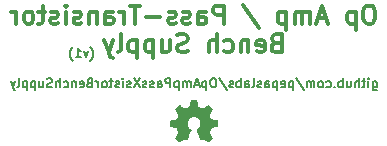
<source format=gbo>
G04 (created by PCBNEW (2013-07-07 BZR 4022)-stable) date 7/6/2014 5:52:28 PM*
%MOIN*%
G04 Gerber Fmt 3.4, Leading zero omitted, Abs format*
%FSLAX34Y34*%
G01*
G70*
G90*
G04 APERTURE LIST*
%ADD10C,0.00590551*%
%ADD11C,0.006*%
%ADD12C,0.012*%
%ADD13C,0.0001*%
G04 APERTURE END LIST*
G54D10*
G54D11*
X77049Y-70235D02*
X77064Y-70221D01*
X77092Y-70178D01*
X77107Y-70150D01*
X77121Y-70107D01*
X77135Y-70035D01*
X77135Y-69978D01*
X77121Y-69907D01*
X77107Y-69864D01*
X77092Y-69835D01*
X77064Y-69792D01*
X77049Y-69778D01*
X76964Y-69921D02*
X76892Y-70121D01*
X76821Y-69921D01*
X76550Y-70121D02*
X76721Y-70121D01*
X76635Y-70121D02*
X76635Y-69821D01*
X76664Y-69864D01*
X76692Y-69892D01*
X76721Y-69907D01*
X76450Y-70235D02*
X76435Y-70221D01*
X76407Y-70178D01*
X76392Y-70150D01*
X76378Y-70107D01*
X76364Y-70035D01*
X76364Y-69978D01*
X76378Y-69907D01*
X76392Y-69864D01*
X76407Y-69835D01*
X76435Y-69792D01*
X76450Y-69778D01*
X86457Y-70921D02*
X86457Y-71164D01*
X86471Y-71192D01*
X86485Y-71207D01*
X86514Y-71221D01*
X86557Y-71221D01*
X86585Y-71207D01*
X86457Y-71107D02*
X86485Y-71121D01*
X86542Y-71121D01*
X86571Y-71107D01*
X86585Y-71092D01*
X86600Y-71064D01*
X86600Y-70978D01*
X86585Y-70950D01*
X86571Y-70935D01*
X86542Y-70921D01*
X86485Y-70921D01*
X86457Y-70935D01*
X86314Y-71121D02*
X86314Y-70921D01*
X86314Y-70821D02*
X86328Y-70835D01*
X86314Y-70850D01*
X86300Y-70835D01*
X86314Y-70821D01*
X86314Y-70850D01*
X86214Y-70921D02*
X86100Y-70921D01*
X86171Y-70821D02*
X86171Y-71078D01*
X86157Y-71107D01*
X86128Y-71121D01*
X86100Y-71121D01*
X86000Y-71121D02*
X86000Y-70821D01*
X85871Y-71121D02*
X85871Y-70964D01*
X85885Y-70935D01*
X85914Y-70921D01*
X85957Y-70921D01*
X85985Y-70935D01*
X86000Y-70950D01*
X85600Y-70921D02*
X85600Y-71121D01*
X85728Y-70921D02*
X85728Y-71078D01*
X85714Y-71107D01*
X85685Y-71121D01*
X85642Y-71121D01*
X85614Y-71107D01*
X85600Y-71092D01*
X85457Y-71121D02*
X85457Y-70821D01*
X85457Y-70935D02*
X85428Y-70921D01*
X85371Y-70921D01*
X85342Y-70935D01*
X85328Y-70950D01*
X85314Y-70978D01*
X85314Y-71064D01*
X85328Y-71092D01*
X85342Y-71107D01*
X85371Y-71121D01*
X85428Y-71121D01*
X85457Y-71107D01*
X85185Y-71092D02*
X85171Y-71107D01*
X85185Y-71121D01*
X85200Y-71107D01*
X85185Y-71092D01*
X85185Y-71121D01*
X84914Y-71107D02*
X84942Y-71121D01*
X85000Y-71121D01*
X85028Y-71107D01*
X85042Y-71092D01*
X85057Y-71064D01*
X85057Y-70978D01*
X85042Y-70950D01*
X85028Y-70935D01*
X85000Y-70921D01*
X84942Y-70921D01*
X84914Y-70935D01*
X84742Y-71121D02*
X84771Y-71107D01*
X84785Y-71092D01*
X84800Y-71064D01*
X84800Y-70978D01*
X84785Y-70950D01*
X84771Y-70935D01*
X84742Y-70921D01*
X84700Y-70921D01*
X84671Y-70935D01*
X84657Y-70950D01*
X84642Y-70978D01*
X84642Y-71064D01*
X84657Y-71092D01*
X84671Y-71107D01*
X84700Y-71121D01*
X84742Y-71121D01*
X84514Y-71121D02*
X84514Y-70921D01*
X84514Y-70950D02*
X84500Y-70935D01*
X84471Y-70921D01*
X84428Y-70921D01*
X84400Y-70935D01*
X84385Y-70964D01*
X84385Y-71121D01*
X84385Y-70964D02*
X84371Y-70935D01*
X84342Y-70921D01*
X84300Y-70921D01*
X84271Y-70935D01*
X84257Y-70964D01*
X84257Y-71121D01*
X83900Y-70807D02*
X84157Y-71192D01*
X83800Y-70921D02*
X83800Y-71221D01*
X83800Y-70935D02*
X83771Y-70921D01*
X83714Y-70921D01*
X83685Y-70935D01*
X83671Y-70950D01*
X83657Y-70978D01*
X83657Y-71064D01*
X83671Y-71092D01*
X83685Y-71107D01*
X83714Y-71121D01*
X83771Y-71121D01*
X83800Y-71107D01*
X83414Y-71107D02*
X83442Y-71121D01*
X83500Y-71121D01*
X83528Y-71107D01*
X83542Y-71078D01*
X83542Y-70964D01*
X83528Y-70935D01*
X83500Y-70921D01*
X83442Y-70921D01*
X83414Y-70935D01*
X83400Y-70964D01*
X83400Y-70992D01*
X83542Y-71021D01*
X83271Y-70921D02*
X83271Y-71221D01*
X83271Y-70935D02*
X83242Y-70921D01*
X83185Y-70921D01*
X83157Y-70935D01*
X83142Y-70950D01*
X83128Y-70978D01*
X83128Y-71064D01*
X83142Y-71092D01*
X83157Y-71107D01*
X83185Y-71121D01*
X83242Y-71121D01*
X83271Y-71107D01*
X82871Y-71121D02*
X82871Y-70964D01*
X82885Y-70935D01*
X82914Y-70921D01*
X82971Y-70921D01*
X83000Y-70935D01*
X82871Y-71107D02*
X82900Y-71121D01*
X82971Y-71121D01*
X83000Y-71107D01*
X83014Y-71078D01*
X83014Y-71050D01*
X83000Y-71021D01*
X82971Y-71007D01*
X82900Y-71007D01*
X82871Y-70992D01*
X82742Y-71107D02*
X82714Y-71121D01*
X82657Y-71121D01*
X82628Y-71107D01*
X82614Y-71078D01*
X82614Y-71064D01*
X82628Y-71035D01*
X82657Y-71021D01*
X82700Y-71021D01*
X82728Y-71007D01*
X82742Y-70978D01*
X82742Y-70964D01*
X82728Y-70935D01*
X82700Y-70921D01*
X82657Y-70921D01*
X82628Y-70935D01*
X82442Y-71121D02*
X82471Y-71107D01*
X82485Y-71078D01*
X82485Y-70821D01*
X82200Y-71121D02*
X82200Y-70964D01*
X82214Y-70935D01*
X82242Y-70921D01*
X82300Y-70921D01*
X82328Y-70935D01*
X82200Y-71107D02*
X82228Y-71121D01*
X82300Y-71121D01*
X82328Y-71107D01*
X82342Y-71078D01*
X82342Y-71050D01*
X82328Y-71021D01*
X82300Y-71007D01*
X82228Y-71007D01*
X82200Y-70992D01*
X82057Y-71121D02*
X82057Y-70821D01*
X82057Y-70935D02*
X82028Y-70921D01*
X81971Y-70921D01*
X81942Y-70935D01*
X81928Y-70950D01*
X81914Y-70978D01*
X81914Y-71064D01*
X81928Y-71092D01*
X81942Y-71107D01*
X81971Y-71121D01*
X82028Y-71121D01*
X82057Y-71107D01*
X81799Y-71107D02*
X81771Y-71121D01*
X81714Y-71121D01*
X81685Y-71107D01*
X81671Y-71078D01*
X81671Y-71064D01*
X81685Y-71035D01*
X81714Y-71021D01*
X81757Y-71021D01*
X81785Y-71007D01*
X81799Y-70978D01*
X81799Y-70964D01*
X81785Y-70935D01*
X81757Y-70921D01*
X81714Y-70921D01*
X81685Y-70935D01*
X81328Y-70807D02*
X81585Y-71192D01*
X81171Y-70821D02*
X81114Y-70821D01*
X81085Y-70835D01*
X81057Y-70864D01*
X81042Y-70921D01*
X81042Y-71021D01*
X81057Y-71078D01*
X81085Y-71107D01*
X81114Y-71121D01*
X81171Y-71121D01*
X81199Y-71107D01*
X81228Y-71078D01*
X81242Y-71021D01*
X81242Y-70921D01*
X81228Y-70864D01*
X81199Y-70835D01*
X81171Y-70821D01*
X80914Y-70921D02*
X80914Y-71221D01*
X80914Y-70935D02*
X80885Y-70921D01*
X80828Y-70921D01*
X80799Y-70935D01*
X80785Y-70950D01*
X80771Y-70978D01*
X80771Y-71064D01*
X80785Y-71092D01*
X80799Y-71107D01*
X80828Y-71121D01*
X80885Y-71121D01*
X80914Y-71107D01*
X80657Y-71035D02*
X80514Y-71035D01*
X80685Y-71121D02*
X80585Y-70821D01*
X80485Y-71121D01*
X80385Y-71121D02*
X80385Y-70921D01*
X80385Y-70950D02*
X80371Y-70935D01*
X80342Y-70921D01*
X80299Y-70921D01*
X80271Y-70935D01*
X80257Y-70964D01*
X80257Y-71121D01*
X80257Y-70964D02*
X80242Y-70935D01*
X80214Y-70921D01*
X80171Y-70921D01*
X80142Y-70935D01*
X80128Y-70964D01*
X80128Y-71121D01*
X79985Y-70921D02*
X79985Y-71221D01*
X79985Y-70935D02*
X79957Y-70921D01*
X79899Y-70921D01*
X79871Y-70935D01*
X79857Y-70950D01*
X79842Y-70978D01*
X79842Y-71064D01*
X79857Y-71092D01*
X79871Y-71107D01*
X79899Y-71121D01*
X79957Y-71121D01*
X79985Y-71107D01*
X79714Y-71121D02*
X79714Y-70821D01*
X79599Y-70821D01*
X79571Y-70835D01*
X79557Y-70850D01*
X79542Y-70878D01*
X79542Y-70921D01*
X79557Y-70950D01*
X79571Y-70964D01*
X79599Y-70978D01*
X79714Y-70978D01*
X79285Y-71121D02*
X79285Y-70964D01*
X79299Y-70935D01*
X79328Y-70921D01*
X79385Y-70921D01*
X79414Y-70935D01*
X79285Y-71107D02*
X79314Y-71121D01*
X79385Y-71121D01*
X79414Y-71107D01*
X79428Y-71078D01*
X79428Y-71050D01*
X79414Y-71021D01*
X79385Y-71007D01*
X79314Y-71007D01*
X79285Y-70992D01*
X79157Y-71107D02*
X79128Y-71121D01*
X79071Y-71121D01*
X79042Y-71107D01*
X79028Y-71078D01*
X79028Y-71064D01*
X79042Y-71035D01*
X79071Y-71021D01*
X79114Y-71021D01*
X79142Y-71007D01*
X79157Y-70978D01*
X79157Y-70964D01*
X79142Y-70935D01*
X79114Y-70921D01*
X79071Y-70921D01*
X79042Y-70935D01*
X78914Y-71107D02*
X78885Y-71121D01*
X78828Y-71121D01*
X78799Y-71107D01*
X78785Y-71078D01*
X78785Y-71064D01*
X78799Y-71035D01*
X78828Y-71021D01*
X78871Y-71021D01*
X78899Y-71007D01*
X78914Y-70978D01*
X78914Y-70964D01*
X78899Y-70935D01*
X78871Y-70921D01*
X78828Y-70921D01*
X78799Y-70935D01*
X78685Y-70821D02*
X78485Y-71121D01*
X78485Y-70821D02*
X78685Y-71121D01*
X78385Y-71107D02*
X78357Y-71121D01*
X78299Y-71121D01*
X78271Y-71107D01*
X78257Y-71078D01*
X78257Y-71064D01*
X78271Y-71035D01*
X78299Y-71021D01*
X78342Y-71021D01*
X78371Y-71007D01*
X78385Y-70978D01*
X78385Y-70964D01*
X78371Y-70935D01*
X78342Y-70921D01*
X78299Y-70921D01*
X78271Y-70935D01*
X78128Y-71121D02*
X78128Y-70921D01*
X78128Y-70821D02*
X78142Y-70835D01*
X78128Y-70850D01*
X78114Y-70835D01*
X78128Y-70821D01*
X78128Y-70850D01*
X77999Y-71107D02*
X77971Y-71121D01*
X77914Y-71121D01*
X77885Y-71107D01*
X77871Y-71078D01*
X77871Y-71064D01*
X77885Y-71035D01*
X77914Y-71021D01*
X77957Y-71021D01*
X77985Y-71007D01*
X77999Y-70978D01*
X77999Y-70964D01*
X77985Y-70935D01*
X77957Y-70921D01*
X77914Y-70921D01*
X77885Y-70935D01*
X77785Y-70921D02*
X77671Y-70921D01*
X77742Y-70821D02*
X77742Y-71078D01*
X77728Y-71107D01*
X77699Y-71121D01*
X77671Y-71121D01*
X77528Y-71121D02*
X77557Y-71107D01*
X77571Y-71092D01*
X77585Y-71064D01*
X77585Y-70978D01*
X77571Y-70950D01*
X77557Y-70935D01*
X77528Y-70921D01*
X77485Y-70921D01*
X77457Y-70935D01*
X77442Y-70950D01*
X77428Y-70978D01*
X77428Y-71064D01*
X77442Y-71092D01*
X77457Y-71107D01*
X77485Y-71121D01*
X77528Y-71121D01*
X77299Y-71121D02*
X77299Y-70921D01*
X77299Y-70978D02*
X77285Y-70950D01*
X77271Y-70935D01*
X77242Y-70921D01*
X77214Y-70921D01*
X77014Y-70964D02*
X76971Y-70978D01*
X76957Y-70992D01*
X76942Y-71021D01*
X76942Y-71064D01*
X76957Y-71092D01*
X76971Y-71107D01*
X76999Y-71121D01*
X77114Y-71121D01*
X77114Y-70821D01*
X77014Y-70821D01*
X76985Y-70835D01*
X76971Y-70850D01*
X76957Y-70878D01*
X76957Y-70907D01*
X76971Y-70935D01*
X76985Y-70950D01*
X77014Y-70964D01*
X77114Y-70964D01*
X76699Y-71107D02*
X76728Y-71121D01*
X76785Y-71121D01*
X76814Y-71107D01*
X76828Y-71078D01*
X76828Y-70964D01*
X76814Y-70935D01*
X76785Y-70921D01*
X76728Y-70921D01*
X76699Y-70935D01*
X76685Y-70964D01*
X76685Y-70992D01*
X76828Y-71021D01*
X76557Y-70921D02*
X76557Y-71121D01*
X76557Y-70950D02*
X76542Y-70935D01*
X76514Y-70921D01*
X76471Y-70921D01*
X76442Y-70935D01*
X76428Y-70964D01*
X76428Y-71121D01*
X76157Y-71107D02*
X76185Y-71121D01*
X76242Y-71121D01*
X76271Y-71107D01*
X76285Y-71092D01*
X76299Y-71064D01*
X76299Y-70978D01*
X76285Y-70950D01*
X76271Y-70935D01*
X76242Y-70921D01*
X76185Y-70921D01*
X76157Y-70935D01*
X76028Y-71121D02*
X76028Y-70821D01*
X75899Y-71121D02*
X75899Y-70964D01*
X75914Y-70935D01*
X75942Y-70921D01*
X75985Y-70921D01*
X76014Y-70935D01*
X76028Y-70950D01*
X75771Y-71107D02*
X75728Y-71121D01*
X75657Y-71121D01*
X75628Y-71107D01*
X75614Y-71092D01*
X75599Y-71064D01*
X75599Y-71035D01*
X75614Y-71007D01*
X75628Y-70992D01*
X75657Y-70978D01*
X75714Y-70964D01*
X75742Y-70950D01*
X75757Y-70935D01*
X75771Y-70907D01*
X75771Y-70878D01*
X75757Y-70850D01*
X75742Y-70835D01*
X75714Y-70821D01*
X75642Y-70821D01*
X75599Y-70835D01*
X75342Y-70921D02*
X75342Y-71121D01*
X75471Y-70921D02*
X75471Y-71078D01*
X75457Y-71107D01*
X75428Y-71121D01*
X75385Y-71121D01*
X75357Y-71107D01*
X75342Y-71092D01*
X75199Y-70921D02*
X75199Y-71221D01*
X75199Y-70935D02*
X75171Y-70921D01*
X75114Y-70921D01*
X75085Y-70935D01*
X75071Y-70950D01*
X75057Y-70978D01*
X75057Y-71064D01*
X75071Y-71092D01*
X75085Y-71107D01*
X75114Y-71121D01*
X75171Y-71121D01*
X75199Y-71107D01*
X74928Y-70921D02*
X74928Y-71221D01*
X74928Y-70935D02*
X74899Y-70921D01*
X74842Y-70921D01*
X74814Y-70935D01*
X74799Y-70950D01*
X74785Y-70978D01*
X74785Y-71064D01*
X74799Y-71092D01*
X74814Y-71107D01*
X74842Y-71121D01*
X74899Y-71121D01*
X74928Y-71107D01*
X74614Y-71121D02*
X74642Y-71107D01*
X74657Y-71078D01*
X74657Y-70821D01*
X74528Y-70921D02*
X74457Y-71121D01*
X74385Y-70921D02*
X74457Y-71121D01*
X74485Y-71192D01*
X74499Y-71207D01*
X74528Y-71221D01*
G54D12*
X86399Y-68392D02*
X86285Y-68392D01*
X86228Y-68421D01*
X86171Y-68478D01*
X86142Y-68592D01*
X86142Y-68792D01*
X86171Y-68907D01*
X86228Y-68964D01*
X86285Y-68992D01*
X86399Y-68992D01*
X86457Y-68964D01*
X86514Y-68907D01*
X86542Y-68792D01*
X86542Y-68592D01*
X86514Y-68478D01*
X86457Y-68421D01*
X86399Y-68392D01*
X85885Y-68592D02*
X85885Y-69192D01*
X85885Y-68621D02*
X85828Y-68592D01*
X85714Y-68592D01*
X85657Y-68621D01*
X85628Y-68650D01*
X85600Y-68707D01*
X85600Y-68878D01*
X85628Y-68935D01*
X85657Y-68964D01*
X85714Y-68992D01*
X85828Y-68992D01*
X85885Y-68964D01*
X84914Y-68821D02*
X84628Y-68821D01*
X84971Y-68992D02*
X84771Y-68392D01*
X84571Y-68992D01*
X84371Y-68992D02*
X84371Y-68592D01*
X84371Y-68650D02*
X84342Y-68621D01*
X84285Y-68592D01*
X84199Y-68592D01*
X84142Y-68621D01*
X84114Y-68678D01*
X84114Y-68992D01*
X84114Y-68678D02*
X84085Y-68621D01*
X84028Y-68592D01*
X83942Y-68592D01*
X83885Y-68621D01*
X83857Y-68678D01*
X83857Y-68992D01*
X83571Y-68592D02*
X83571Y-69192D01*
X83571Y-68621D02*
X83514Y-68592D01*
X83399Y-68592D01*
X83342Y-68621D01*
X83314Y-68650D01*
X83285Y-68707D01*
X83285Y-68878D01*
X83314Y-68935D01*
X83342Y-68964D01*
X83399Y-68992D01*
X83514Y-68992D01*
X83571Y-68964D01*
X82142Y-68364D02*
X82657Y-69135D01*
X81485Y-68992D02*
X81485Y-68392D01*
X81257Y-68392D01*
X81200Y-68421D01*
X81171Y-68450D01*
X81142Y-68507D01*
X81142Y-68592D01*
X81171Y-68650D01*
X81200Y-68678D01*
X81257Y-68707D01*
X81485Y-68707D01*
X80628Y-68992D02*
X80628Y-68678D01*
X80657Y-68621D01*
X80714Y-68592D01*
X80828Y-68592D01*
X80885Y-68621D01*
X80628Y-68964D02*
X80685Y-68992D01*
X80828Y-68992D01*
X80885Y-68964D01*
X80914Y-68907D01*
X80914Y-68850D01*
X80885Y-68792D01*
X80828Y-68764D01*
X80685Y-68764D01*
X80628Y-68735D01*
X80371Y-68964D02*
X80314Y-68992D01*
X80200Y-68992D01*
X80142Y-68964D01*
X80114Y-68907D01*
X80114Y-68878D01*
X80142Y-68821D01*
X80200Y-68792D01*
X80285Y-68792D01*
X80342Y-68764D01*
X80371Y-68707D01*
X80371Y-68678D01*
X80342Y-68621D01*
X80285Y-68592D01*
X80200Y-68592D01*
X80142Y-68621D01*
X79885Y-68964D02*
X79828Y-68992D01*
X79714Y-68992D01*
X79657Y-68964D01*
X79628Y-68907D01*
X79628Y-68878D01*
X79657Y-68821D01*
X79714Y-68792D01*
X79800Y-68792D01*
X79857Y-68764D01*
X79885Y-68707D01*
X79885Y-68678D01*
X79857Y-68621D01*
X79800Y-68592D01*
X79714Y-68592D01*
X79657Y-68621D01*
X79371Y-68764D02*
X78914Y-68764D01*
X78714Y-68392D02*
X78371Y-68392D01*
X78542Y-68992D02*
X78542Y-68392D01*
X78171Y-68992D02*
X78171Y-68592D01*
X78171Y-68707D02*
X78142Y-68650D01*
X78114Y-68621D01*
X78057Y-68592D01*
X78000Y-68592D01*
X77542Y-68992D02*
X77542Y-68678D01*
X77571Y-68621D01*
X77628Y-68592D01*
X77742Y-68592D01*
X77800Y-68621D01*
X77542Y-68964D02*
X77600Y-68992D01*
X77742Y-68992D01*
X77800Y-68964D01*
X77828Y-68907D01*
X77828Y-68850D01*
X77800Y-68792D01*
X77742Y-68764D01*
X77600Y-68764D01*
X77542Y-68735D01*
X77257Y-68592D02*
X77257Y-68992D01*
X77257Y-68650D02*
X77228Y-68621D01*
X77171Y-68592D01*
X77085Y-68592D01*
X77028Y-68621D01*
X77000Y-68678D01*
X77000Y-68992D01*
X76742Y-68964D02*
X76685Y-68992D01*
X76571Y-68992D01*
X76514Y-68964D01*
X76485Y-68907D01*
X76485Y-68878D01*
X76514Y-68821D01*
X76571Y-68792D01*
X76657Y-68792D01*
X76714Y-68764D01*
X76742Y-68707D01*
X76742Y-68678D01*
X76714Y-68621D01*
X76657Y-68592D01*
X76571Y-68592D01*
X76514Y-68621D01*
X76228Y-68992D02*
X76228Y-68592D01*
X76228Y-68392D02*
X76257Y-68421D01*
X76228Y-68450D01*
X76200Y-68421D01*
X76228Y-68392D01*
X76228Y-68450D01*
X75971Y-68964D02*
X75914Y-68992D01*
X75800Y-68992D01*
X75742Y-68964D01*
X75714Y-68907D01*
X75714Y-68878D01*
X75742Y-68821D01*
X75800Y-68792D01*
X75885Y-68792D01*
X75942Y-68764D01*
X75971Y-68707D01*
X75971Y-68678D01*
X75942Y-68621D01*
X75885Y-68592D01*
X75800Y-68592D01*
X75742Y-68621D01*
X75542Y-68592D02*
X75314Y-68592D01*
X75457Y-68392D02*
X75457Y-68907D01*
X75428Y-68964D01*
X75371Y-68992D01*
X75314Y-68992D01*
X75028Y-68992D02*
X75085Y-68964D01*
X75114Y-68935D01*
X75142Y-68878D01*
X75142Y-68707D01*
X75114Y-68650D01*
X75085Y-68621D01*
X75028Y-68592D01*
X74942Y-68592D01*
X74885Y-68621D01*
X74857Y-68650D01*
X74828Y-68707D01*
X74828Y-68878D01*
X74857Y-68935D01*
X74885Y-68964D01*
X74942Y-68992D01*
X75028Y-68992D01*
X74571Y-68992D02*
X74571Y-68592D01*
X74571Y-68707D02*
X74542Y-68650D01*
X74514Y-68621D01*
X74457Y-68592D01*
X74400Y-68592D01*
X83228Y-69638D02*
X83142Y-69667D01*
X83114Y-69695D01*
X83085Y-69752D01*
X83085Y-69838D01*
X83114Y-69895D01*
X83142Y-69924D01*
X83200Y-69952D01*
X83428Y-69952D01*
X83428Y-69352D01*
X83228Y-69352D01*
X83171Y-69381D01*
X83142Y-69410D01*
X83114Y-69467D01*
X83114Y-69524D01*
X83142Y-69581D01*
X83171Y-69610D01*
X83228Y-69638D01*
X83428Y-69638D01*
X82600Y-69924D02*
X82657Y-69952D01*
X82771Y-69952D01*
X82828Y-69924D01*
X82857Y-69867D01*
X82857Y-69638D01*
X82828Y-69581D01*
X82771Y-69552D01*
X82657Y-69552D01*
X82600Y-69581D01*
X82571Y-69638D01*
X82571Y-69695D01*
X82857Y-69752D01*
X82314Y-69552D02*
X82314Y-69952D01*
X82314Y-69610D02*
X82285Y-69581D01*
X82228Y-69552D01*
X82142Y-69552D01*
X82085Y-69581D01*
X82057Y-69638D01*
X82057Y-69952D01*
X81514Y-69924D02*
X81571Y-69952D01*
X81685Y-69952D01*
X81742Y-69924D01*
X81771Y-69895D01*
X81800Y-69838D01*
X81800Y-69667D01*
X81771Y-69610D01*
X81742Y-69581D01*
X81685Y-69552D01*
X81571Y-69552D01*
X81514Y-69581D01*
X81257Y-69952D02*
X81257Y-69352D01*
X81000Y-69952D02*
X81000Y-69638D01*
X81028Y-69581D01*
X81085Y-69552D01*
X81171Y-69552D01*
X81228Y-69581D01*
X81257Y-69610D01*
X80285Y-69924D02*
X80200Y-69952D01*
X80057Y-69952D01*
X80000Y-69924D01*
X79971Y-69895D01*
X79942Y-69838D01*
X79942Y-69781D01*
X79971Y-69724D01*
X80000Y-69695D01*
X80057Y-69667D01*
X80171Y-69638D01*
X80228Y-69610D01*
X80257Y-69581D01*
X80285Y-69524D01*
X80285Y-69467D01*
X80257Y-69410D01*
X80228Y-69381D01*
X80171Y-69352D01*
X80028Y-69352D01*
X79942Y-69381D01*
X79428Y-69552D02*
X79428Y-69952D01*
X79685Y-69552D02*
X79685Y-69867D01*
X79657Y-69924D01*
X79600Y-69952D01*
X79514Y-69952D01*
X79457Y-69924D01*
X79428Y-69895D01*
X79142Y-69552D02*
X79142Y-70152D01*
X79142Y-69581D02*
X79085Y-69552D01*
X78971Y-69552D01*
X78914Y-69581D01*
X78885Y-69610D01*
X78857Y-69667D01*
X78857Y-69838D01*
X78885Y-69895D01*
X78914Y-69924D01*
X78971Y-69952D01*
X79085Y-69952D01*
X79142Y-69924D01*
X78600Y-69552D02*
X78600Y-70152D01*
X78600Y-69581D02*
X78542Y-69552D01*
X78428Y-69552D01*
X78371Y-69581D01*
X78342Y-69610D01*
X78314Y-69667D01*
X78314Y-69838D01*
X78342Y-69895D01*
X78371Y-69924D01*
X78428Y-69952D01*
X78542Y-69952D01*
X78600Y-69924D01*
X77971Y-69952D02*
X78028Y-69924D01*
X78057Y-69867D01*
X78057Y-69352D01*
X77800Y-69552D02*
X77657Y-69952D01*
X77514Y-69552D02*
X77657Y-69952D01*
X77714Y-70095D01*
X77742Y-70124D01*
X77800Y-70152D01*
G54D13*
G36*
X80977Y-72957D02*
X80969Y-72953D01*
X80950Y-72941D01*
X80924Y-72924D01*
X80893Y-72903D01*
X80862Y-72882D01*
X80836Y-72865D01*
X80818Y-72853D01*
X80811Y-72849D01*
X80807Y-72850D01*
X80792Y-72858D01*
X80770Y-72869D01*
X80758Y-72875D01*
X80738Y-72884D01*
X80728Y-72886D01*
X80727Y-72883D01*
X80719Y-72868D01*
X80708Y-72842D01*
X80693Y-72808D01*
X80676Y-72768D01*
X80658Y-72725D01*
X80640Y-72681D01*
X80622Y-72639D01*
X80607Y-72601D01*
X80594Y-72571D01*
X80586Y-72549D01*
X80583Y-72540D01*
X80584Y-72538D01*
X80594Y-72529D01*
X80611Y-72516D01*
X80649Y-72485D01*
X80685Y-72439D01*
X80708Y-72387D01*
X80715Y-72329D01*
X80709Y-72276D01*
X80688Y-72225D01*
X80652Y-72178D01*
X80608Y-72144D01*
X80557Y-72122D01*
X80500Y-72115D01*
X80445Y-72121D01*
X80393Y-72142D01*
X80346Y-72177D01*
X80327Y-72200D01*
X80300Y-72247D01*
X80284Y-72297D01*
X80283Y-72309D01*
X80285Y-72365D01*
X80301Y-72418D01*
X80330Y-72465D01*
X80371Y-72504D01*
X80376Y-72508D01*
X80395Y-72522D01*
X80407Y-72531D01*
X80417Y-72539D01*
X80347Y-72709D01*
X80336Y-72736D01*
X80316Y-72782D01*
X80299Y-72822D01*
X80286Y-72854D01*
X80276Y-72875D01*
X80272Y-72884D01*
X80272Y-72884D01*
X80266Y-72885D01*
X80253Y-72880D01*
X80229Y-72869D01*
X80213Y-72861D01*
X80195Y-72852D01*
X80187Y-72849D01*
X80180Y-72853D01*
X80163Y-72864D01*
X80138Y-72881D01*
X80108Y-72901D01*
X80079Y-72921D01*
X80052Y-72939D01*
X80033Y-72951D01*
X80023Y-72956D01*
X80022Y-72956D01*
X80014Y-72951D01*
X79998Y-72939D01*
X79975Y-72917D01*
X79943Y-72885D01*
X79938Y-72880D01*
X79911Y-72852D01*
X79889Y-72829D01*
X79874Y-72813D01*
X79869Y-72806D01*
X79869Y-72806D01*
X79874Y-72796D01*
X79886Y-72777D01*
X79904Y-72750D01*
X79925Y-72719D01*
X79981Y-72637D01*
X79950Y-72560D01*
X79941Y-72537D01*
X79929Y-72508D01*
X79920Y-72488D01*
X79915Y-72479D01*
X79907Y-72476D01*
X79886Y-72471D01*
X79855Y-72464D01*
X79819Y-72458D01*
X79784Y-72451D01*
X79753Y-72445D01*
X79730Y-72441D01*
X79720Y-72439D01*
X79718Y-72437D01*
X79716Y-72432D01*
X79714Y-72422D01*
X79714Y-72403D01*
X79713Y-72373D01*
X79713Y-72329D01*
X79713Y-72325D01*
X79714Y-72283D01*
X79714Y-72250D01*
X79715Y-72229D01*
X79717Y-72221D01*
X79717Y-72221D01*
X79727Y-72218D01*
X79749Y-72214D01*
X79780Y-72207D01*
X79818Y-72200D01*
X79820Y-72200D01*
X79857Y-72193D01*
X79888Y-72186D01*
X79910Y-72181D01*
X79919Y-72178D01*
X79921Y-72176D01*
X79929Y-72161D01*
X79940Y-72138D01*
X79952Y-72110D01*
X79964Y-72081D01*
X79975Y-72054D01*
X79982Y-72035D01*
X79984Y-72026D01*
X79984Y-72026D01*
X79978Y-72017D01*
X79965Y-71997D01*
X79947Y-71971D01*
X79925Y-71939D01*
X79924Y-71936D01*
X79902Y-71905D01*
X79885Y-71878D01*
X79873Y-71859D01*
X79869Y-71851D01*
X79869Y-71850D01*
X79876Y-71841D01*
X79892Y-71823D01*
X79915Y-71799D01*
X79943Y-71771D01*
X79952Y-71763D01*
X79982Y-71733D01*
X80003Y-71713D01*
X80017Y-71703D01*
X80023Y-71700D01*
X80023Y-71701D01*
X80033Y-71706D01*
X80053Y-71719D01*
X80080Y-71738D01*
X80112Y-71759D01*
X80114Y-71761D01*
X80145Y-71782D01*
X80171Y-71800D01*
X80190Y-71812D01*
X80198Y-71817D01*
X80200Y-71817D01*
X80212Y-71813D01*
X80235Y-71806D01*
X80262Y-71795D01*
X80291Y-71783D01*
X80318Y-71772D01*
X80338Y-71763D01*
X80347Y-71758D01*
X80347Y-71757D01*
X80351Y-71746D01*
X80356Y-71722D01*
X80363Y-71690D01*
X80370Y-71651D01*
X80371Y-71645D01*
X80378Y-71608D01*
X80384Y-71577D01*
X80389Y-71555D01*
X80391Y-71546D01*
X80396Y-71545D01*
X80415Y-71544D01*
X80443Y-71543D01*
X80477Y-71543D01*
X80512Y-71543D01*
X80546Y-71544D01*
X80576Y-71545D01*
X80597Y-71546D01*
X80606Y-71548D01*
X80607Y-71549D01*
X80610Y-71560D01*
X80615Y-71584D01*
X80622Y-71616D01*
X80629Y-71655D01*
X80630Y-71662D01*
X80637Y-71699D01*
X80644Y-71730D01*
X80648Y-71751D01*
X80651Y-71759D01*
X80654Y-71761D01*
X80669Y-71768D01*
X80694Y-71778D01*
X80726Y-71791D01*
X80798Y-71820D01*
X80886Y-71759D01*
X80894Y-71754D01*
X80926Y-71732D01*
X80952Y-71715D01*
X80970Y-71703D01*
X80978Y-71699D01*
X80978Y-71699D01*
X80987Y-71707D01*
X81005Y-71723D01*
X81029Y-71747D01*
X81056Y-71774D01*
X81077Y-71795D01*
X81101Y-71820D01*
X81117Y-71836D01*
X81125Y-71847D01*
X81128Y-71854D01*
X81127Y-71858D01*
X81122Y-71867D01*
X81109Y-71886D01*
X81091Y-71913D01*
X81069Y-71944D01*
X81051Y-71971D01*
X81032Y-72000D01*
X81020Y-72021D01*
X81015Y-72032D01*
X81016Y-72036D01*
X81023Y-72053D01*
X81033Y-72080D01*
X81046Y-72111D01*
X81077Y-72181D01*
X81123Y-72189D01*
X81151Y-72195D01*
X81190Y-72202D01*
X81227Y-72209D01*
X81285Y-72221D01*
X81287Y-72433D01*
X81278Y-72437D01*
X81269Y-72440D01*
X81248Y-72444D01*
X81217Y-72450D01*
X81181Y-72457D01*
X81150Y-72463D01*
X81119Y-72469D01*
X81097Y-72473D01*
X81087Y-72475D01*
X81084Y-72479D01*
X81076Y-72494D01*
X81065Y-72518D01*
X81053Y-72547D01*
X81041Y-72576D01*
X81030Y-72604D01*
X81022Y-72625D01*
X81019Y-72636D01*
X81023Y-72644D01*
X81035Y-72662D01*
X81052Y-72688D01*
X81073Y-72719D01*
X81095Y-72750D01*
X81112Y-72777D01*
X81125Y-72796D01*
X81130Y-72804D01*
X81127Y-72810D01*
X81115Y-72825D01*
X81092Y-72849D01*
X81057Y-72884D01*
X81051Y-72889D01*
X81024Y-72916D01*
X81000Y-72937D01*
X80984Y-72952D01*
X80977Y-72957D01*
X80977Y-72957D01*
G37*
M02*

</source>
